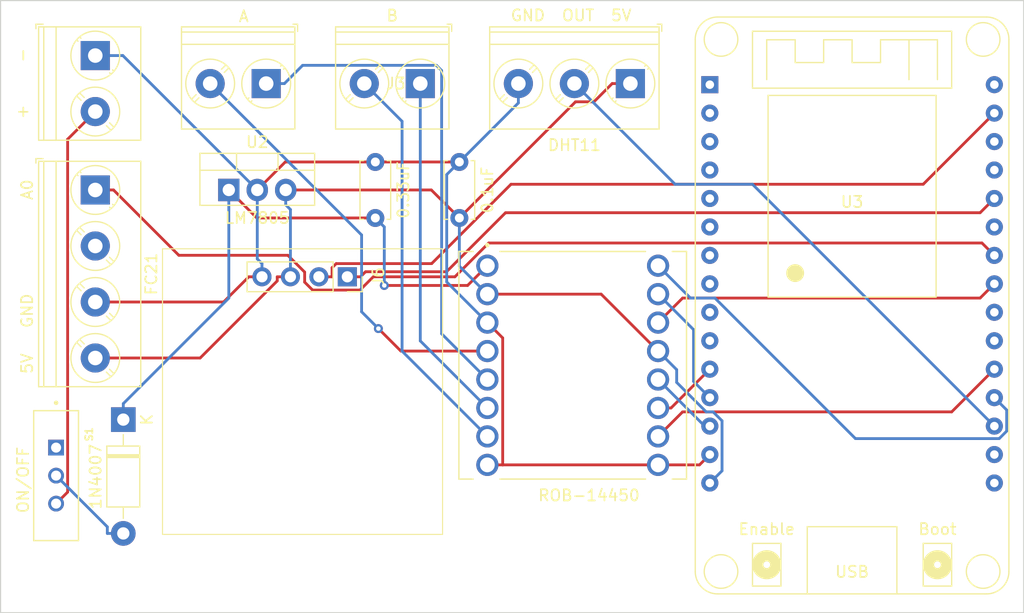
<source format=kicad_pcb>
(kicad_pcb (version 20221018) (generator pcbnew)
  (layers (0 "F.Cu" signal) (31 "B.Cu" signal) (34 "B.Paste" user) (35 "F.Paste" user) (36 "B.SilkS" user "B.Silkscreen") (37 "F.SilkS" user "F.Silkscreen") (38 "B.Mask" user) (39 "F.Mask" user) (44 "Edge.Cuts" user))
  (net 0 "")
  (net 1 "V")
  (net 2 "GND")
  (net 3 "5V")
  (net 4 "Net-(D1-A)")
  (net 5 "MB2")
  (net 6 "MB1")
  (net 7 "MA2")
  (net 8 "MA1")
  (net 9 "A0")
  (net 10 "OUT")
  (net 11 "SDA")
  (net 12 "SCL")
  (net 13 "PWMA")
  (net 14 "IA2")
  (net 15 "IA1")
  (net 16 "IB1")
  (net 17 "IB2")
  (net 18 "PWMB")
  (net 37 "Net-(J1-Pin_2)")
  (footprint "TerminalBlock_Phoenix:TerminalBlock_Phoenix_PT-1,5-2-5.0-H_1x02_P5.00mm_Horizontal" (layer "F.Cu") (at 152.7563 82.5 180)
    (fp_text reference "J5" hide)
    (fp_text value "A" (at 2 6) (layer "F.SilkS"))
    (fp_line (start -2.8 4.66) (end -2.8 5.3) (stroke (width 0.12)) (layer "F.SilkS"))
    (fp_line (start -2.8 5.3) (end -2.4 5.3) (stroke (width 0.12)) (layer "F.SilkS"))
    (fp_line (start -2.56 -4.06) (end -2.56 5.06) (stroke (width 0.12)) (layer "F.SilkS"))
    (fp_line (start -2.56 -4.06) (end 7.56 -4.06) (stroke (width 0.12)) (layer "F.SilkS"))
    (fp_line (start -2.56 3.5) (end 7.56 3.5) (stroke (width 0.12)) (layer "F.SilkS"))
    (fp_line (start -2.56 4.6) (end 7.56 4.6) (stroke (width 0.12)) (layer "F.SilkS"))
    (fp_line (start -2.56 5.06) (end 7.56 5.06) (stroke (width 0.12)) (layer "F.SilkS"))
    (fp_line (start -1.548 1.281) (end -1.654 1.388) (stroke (width 0.12)) (layer "F.SilkS"))
    (fp_line (start -1.282 1.547) (end -1.388 1.654) (stroke (width 0.12)) (layer "F.SilkS"))
    (fp_line (start 1.388 -1.654) (end 1.281 -1.547) (stroke (width 0.12)) (layer "F.SilkS"))
    (fp_line (start 1.654 -1.388) (end 1.547 -1.281) (stroke (width 0.12)) (layer "F.SilkS"))
    (fp_line (start 3.742 0.992) (end 3.347 1.388) (stroke (width 0.12)) (layer "F.SilkS"))
    (fp_line (start 3.993 1.274) (end 3.613 1.654) (stroke (width 0.12)) (layer "F.SilkS"))
    (fp_line (start 6.388 -1.654) (end 6.008 -1.274) (stroke (width 0.12)) (layer "F.SilkS"))
    (fp_line (start 6.654 -1.388) (end 6.259 -0.992) (stroke (width 0.12)) (layer "F.SilkS"))
    (fp_line (start 7.56 -4.06) (end 7.56 5.06) (stroke (width 0.12)) (layer "F.SilkS"))
    (fp_circle (center 0 0) (end 2.18 0) (stroke (width 0.12)) (fill none) (layer "F.SilkS"))
    (fp_circle (center 5 0) (end 7.18 0) (stroke (width 0.12)) (fill none) (layer "F.SilkS"))
    (pad "1" thru_hole rect (at 0 0 180) (size 2.6 2.6) (drill 1.3) (layers "*.Cu" "*.Mask") (net 7 "MA2"))
    (pad "2" thru_hole circle (at 5 0 180) (size 2.6 2.6) (drill 1.3) (layers "*.Cu" "*.Mask") (net 8 "MA1"))
  )
  (footprint "Capacitor_THT:C_Disc_D5.0mm_W2.5mm_P5.00mm" (layer "F.Cu") (at 170 94.5 90)
    (fp_text reference "C2" hide)
    (fp_text value "0.1uF" (at 2.5 2.5 90) (layer "F.SilkS"))
    (fp_line (start -0.12 -1.37) (end -0.12 -1.055) (stroke (width 0.12)) (layer "F.SilkS"))
    (fp_line (start -0.12 -1.37) (end 5.12 -1.37) (stroke (width 0.12)) (layer "F.SilkS"))
    (fp_line (start -0.12 1.055) (end -0.12 1.37) (stroke (width 0.12)) (layer "F.SilkS"))
    (fp_line (start -0.12 1.37) (end 5.12 1.37) (stroke (width 0.12)) (layer "F.SilkS"))
    (fp_line (start 5.12 -1.37) (end 5.12 -1.055) (stroke (width 0.12)) (layer "F.SilkS"))
    (fp_line (start 5.12 1.055) (end 5.12 1.37) (stroke (width 0.12)) (layer "F.SilkS"))
    (pad "1" thru_hole circle (at 0 0 90) (size 1.6 1.6) (drill 0.8) (layers "*.Cu" "*.Mask") (net 3 "5V"))
    (pad "2" thru_hole circle (at 5 0 90) (size 1.6 1.6) (drill 0.8) (layers "*.Cu" "*.Mask") (net 2 "GND"))
  )
  (footprint "TerminalBlock_Phoenix:TerminalBlock_Phoenix_PT-1,5-2-5.0-H_1x02_P5.00mm_Horizontal" (layer "F.Cu") (at 137.5 80 -90)
    (fp_text reference "J1" hide)
    (fp_text value "+     -" (at 2.5 6.5 90) (layer "F.SilkS"))
    (fp_line (start -2.8 4.66) (end -2.8 5.3) (stroke (width 0.12)) (layer "F.SilkS"))
    (fp_line (start -2.8 5.3) (end -2.4 5.3) (stroke (width 0.12)) (layer "F.SilkS"))
    (fp_line (start -2.56 -4.06) (end -2.56 5.06) (stroke (width 0.12)) (layer "F.SilkS"))
    (fp_line (start -2.56 -4.06) (end 7.56 -4.06) (stroke (width 0.12)) (layer "F.SilkS"))
    (fp_line (start -2.56 3.5) (end 7.56 3.5) (stroke (width 0.12)) (layer "F.SilkS"))
    (fp_line (start -2.56 4.6) (end 7.56 4.6) (stroke (width 0.12)) (layer "F.SilkS"))
    (fp_line (start -2.56 5.06) (end 7.56 5.06) (stroke (width 0.12)) (layer "F.SilkS"))
    (fp_line (start -1.548 1.281) (end -1.654 1.388) (stroke (width 0.12)) (layer "F.SilkS"))
    (fp_line (start -1.282 1.547) (end -1.388 1.654) (stroke (width 0.12)) (layer "F.SilkS"))
    (fp_line (start 1.388 -1.654) (end 1.281 -1.547) (stroke (width 0.12)) (layer "F.SilkS"))
    (fp_line (start 1.654 -1.388) (end 1.547 -1.281) (stroke (width 0.12)) (layer "F.SilkS"))
    (fp_line (start 3.742 0.992) (end 3.347 1.388) (stroke (width 0.12)) (layer "F.SilkS"))
    (fp_line (start 3.993 1.274) (end 3.613 1.654) (stroke (width 0.12)) (layer "F.SilkS"))
    (fp_line (start 6.388 -1.654) (end 6.008 -1.274) (stroke (width 0.12)) (layer "F.SilkS"))
    (fp_line (start 6.654 -1.388) (end 6.259 -0.992) (stroke (width 0.12)) (layer "F.SilkS"))
    (fp_line (start 7.56 -4.06) (end 7.56 5.06) (stroke (width 0.12)) (layer "F.SilkS"))
    (fp_circle (center 0 0) (end 2.18 0) (stroke (width 0.12)) (fill none) (layer "F.SilkS"))
    (fp_circle (center 5 0) (end 7.18 0) (stroke (width 0.12)) (fill none) (layer "F.SilkS"))
    (pad "1" thru_hole rect (at 0 0 270) (size 2.6 2.6) (drill 1.3) (layers "*.Cu" "*.Mask") (net 2 "GND"))
    (pad "2" thru_hole circle (at 5 0 270) (size 2.6 2.6) (drill 1.3) (layers "*.Cu" "*.Mask") (net 37 "Net-(J1-Pin_2)"))
  )
  (footprint "Capacitor_THT:C_Disc_D5.0mm_W2.5mm_P5.00mm" (layer "F.Cu") (at 162.5 94.5 90)
    (fp_text reference "C1" hide)
    (fp_text value "0.33uF" (at 2.5 2.5 90) (layer "F.SilkS"))
    (fp_line (start -0.12 -1.37) (end -0.12 -1.055) (stroke (width 0.12)) (layer "F.SilkS"))
    (fp_line (start -0.12 -1.37) (end 5.12 -1.37) (stroke (width 0.12)) (layer "F.SilkS"))
    (fp_line (start -0.12 1.055) (end -0.12 1.37) (stroke (width 0.12)) (layer "F.SilkS"))
    (fp_line (start -0.12 1.37) (end 5.12 1.37) (stroke (width 0.12)) (layer "F.SilkS"))
    (fp_line (start 5.12 -1.37) (end 5.12 -1.055) (stroke (width 0.12)) (layer "F.SilkS"))
    (fp_line (start 5.12 1.055) (end 5.12 1.37) (stroke (width 0.12)) (layer "F.SilkS"))
    (pad "1" thru_hole circle (at 0 0 90) (size 1.6 1.6) (drill 0.8) (layers "*.Cu" "*.Mask") (net 1 "V"))
    (pad "2" thru_hole circle (at 5 0 90) (size 1.6 1.6) (drill 0.8) (layers "*.Cu" "*.Mask") (net 2 "GND"))
  )
  (footprint "Símbolos:SW_MINI-SPDT-SW" (layer "F.Cu") (at 134 117.5 -90)
    (fp_text reference "S1" (at -3.683 -2.9464 90) (layer "F.SilkS") (effects (font (size 0.64 0.64))))
    (fp_text value "ON/OFF" (at 0.381 2.9464 90) (layer "F.SilkS"))
    (fp_line (start -5.8 -2) (end -5.8 2) (stroke (width 0.127)) (layer "F.SilkS"))
    (fp_line (start -5.8 2) (end 5.8 2) (stroke (width 0.127)) (layer "F.SilkS"))
    (fp_line (start 5.8 -2) (end -5.8 -2) (stroke (width 0.127)) (layer "F.SilkS"))
    (fp_line (start 5.8 2) (end 5.8 -2) (stroke (width 0.127)) (layer "F.SilkS"))
    (fp_circle (center -6.5 0) (end -6.4 0) (stroke (width 0.2)) (fill none) (layer "F.SilkS"))
    (pad "1" thru_hole rect (at -2.5 0 270) (size 1.408 1.408) (drill 0.9) (layers "*.Cu" "*.Mask"))
    (pad "2" thru_hole circle (at 0 0 270) (size 1.408 1.408) (drill 0.9) (layers "*.Cu" "*.Mask") (net 4 "Net-(D1-A)"))
    (pad "3" thru_hole circle (at 2.5 0 270) (size 1.408 1.408) (drill 0.9) (layers "*.Cu" "*.Mask") (net 37 "Net-(J1-Pin_2)"))
  )
  (footprint "Package_TO_SOT_THT:TO-220-3_Vertical" (layer "F.Cu") (at 149.42 92)
    (fp_text reference "U2" (at 2.54 -4.27) (layer "F.SilkS"))
    (fp_text value "LM7805" (at 2.54 2.5) (layer "F.SilkS"))
    (fp_line (start -2.58 -3.27) (end -2.58 1.371) (stroke (width 0.12)) (layer "F.SilkS"))
    (fp_line (start -2.58 -3.27) (end 7.66 -3.27) (stroke (width 0.12)) (layer "F.SilkS"))
    (fp_line (start -2.58 -1.76) (end 7.66 -1.76) (stroke (width 0.12)) (layer "F.SilkS"))
    (fp_line (start -2.58 1.371) (end 7.66 1.371) (stroke (width 0.12)) (layer "F.SilkS"))
    (fp_line (start 0.69 -3.27) (end 0.69 -1.76) (stroke (width 0.12)) (layer "F.SilkS"))
    (fp_line (start 4.391 -3.27) (end 4.391 -1.76) (stroke (width 0.12)) (layer "F.SilkS"))
    (fp_line (start 7.66 -3.27) (end 7.66 1.371) (stroke (width 0.12)) (layer "F.SilkS"))
    (pad "1" thru_hole rect (at 0 0) (size 1.905 2) (drill 1.1) (layers "*.Cu" "*.Mask") (net 1 "V"))
    (pad "2" thru_hole oval (at 2.54 0) (size 1.905 2) (drill 1.1) (layers "*.Cu" "*.Mask") (net 2 "GND"))
    (pad "3" thru_hole oval (at 5.08 0) (size 1.905 2) (drill 1.1) (layers "*.Cu" "*.Mask") (net 3 "5V"))
  )
  (footprint "Símbolos:MODULE_ROB-14450" (layer "F.Cu") (at 180.12 107.65)
    (fp_text reference "U1" hide)
    (fp_text value "ROB-14450" (at 1.4518 11.6132) (layer "F.SilkS"))
    (fp_line (start -10.16 -10.16) (end -10.16 10.16) (stroke (width 0.127)) (layer "F.SilkS"))
    (fp_line (start -8.89 -10.16) (end -10.16 -10.16) (stroke (width 0.127)) (layer "F.SilkS"))
    (fp_line (start -8.89 10.16) (end -10.16 10.16) (stroke (width 0.127)) (layer "F.SilkS"))
    (fp_line (start -6.5 -10.16) (end 6.5 -10.16) (stroke (width 0.127)) (layer "F.SilkS"))
    (fp_line (start -6.5 10.16) (end 6.5 10.16) (stroke (width 0.127)) (layer "F.SilkS"))
    (fp_line (start 8.89 -10.16) (end 10.16 -10.16) (stroke (width 0.127)) (layer "F.SilkS"))
    (fp_line (start 8.89 10.16) (end 10.16 10.16) (stroke (width 0.127)) (layer "F.SilkS"))
    (fp_line (start 10.16 10.16) (end 10.16 -10.16) (stroke (width 0.127)) (layer "F.SilkS"))
    (fp_circle (center -7.62 -10.7282) (end -7.52 -10.7282) (stroke (width 0.2)) (fill none) (layer "F.SilkS"))
    (pad "1" thru_hole circle (at -7.62 -8.89) (size 1.98 1.98) (drill 1.32) (layers "*.Cu" "*.Mask") (net 1 "V"))
    (pad "2" thru_hole circle (at -7.62 -6.35) (size 1.98 1.98) (drill 1.32) (layers "*.Cu" "*.Mask") (net 3 "5V"))
    (pad "3" thru_hole circle (at -7.62 -3.81) (size 1.98 1.98) (drill 1.32) (layers "*.Cu" "*.Mask") (net 2 "GND"))
    (pad "4" thru_hole circle (at -7.62 -1.27) (size 1.98 1.98) (drill 1.32) (layers "*.Cu" "*.Mask") (net 8 "MA1"))
    (pad "5" thru_hole circle (at -7.62 1.27) (size 1.98 1.98) (drill 1.32) (layers "*.Cu" "*.Mask") (net 7 "MA2"))
    (pad "6" thru_hole circle (at -7.62 3.81) (size 1.98 1.98) (drill 1.32) (layers "*.Cu" "*.Mask") (net 5 "MB2"))
    (pad "7" thru_hole circle (at -7.62 6.35) (size 1.98 1.98) (drill 1.32) (layers "*.Cu" "*.Mask") (net 6 "MB1"))
    (pad "8" thru_hole circle (at -7.62 8.89) (size 1.98 1.98) (drill 1.32) (layers "*.Cu" "*.Mask") (net 2 "GND"))
    (pad "9" thru_hole circle (at 7.62 8.89) (size 1.98 1.98) (drill 1.32) (layers "*.Cu" "*.Mask") (net 2 "GND"))
    (pad "10" thru_hole circle (at 7.62 6.35) (size 1.98 1.98) (drill 1.32) (layers "*.Cu" "*.Mask") (net 18 "PWMB"))
    (pad "11" thru_hole circle (at 7.62 3.81) (size 1.98 1.98) (drill 1.32) (layers "*.Cu" "*.Mask") (net 17 "IB2"))
    (pad "12" thru_hole circle (at 7.62 1.27) (size 1.98 1.98) (drill 1.32) (layers "*.Cu" "*.Mask") (net 16 "IB1"))
    (pad "13" thru_hole circle (at 7.62 -1.27) (size 1.98 1.98) (drill 1.32) (layers "*.Cu" "*.Mask") (net 3 "5V"))
    (pad "14" thru_hole circle (at 7.62 -3.81) (size 1.98 1.98) (drill 1.32) (layers "*.Cu" "*.Mask") (net 15 "IA1"))
    (pad "15" thru_hole circle (at 7.62 -6.35) (size 1.98 1.98) (drill 1.32) (layers "*.Cu" "*.Mask") (net 14 "IA2"))
    (pad "16" thru_hole circle (at 7.62 -8.89) (size 1.98 1.98) (drill 1.32) (layers "*.Cu" "*.Mask") (net 13 "PWMA"))
  )
  (footprint "TerminalBlock_Phoenix:TerminalBlock_Phoenix_PT-1,5-2-5.0-H_1x02_P5.00mm_Horizontal" (layer "F.Cu") (at 166.5125 82.5 180)
    (fp_text reference "J3" (at 2.18 0 180) (layer "F.SilkS"))
    (fp_text value "B" (at 2.5 6.06 180) (layer "F.SilkS"))
    (fp_line (start -2.8 4.66) (end -2.8 5.3) (stroke (width 0.12)) (layer "F.SilkS"))
    (fp_line (start -2.8 5.3) (end -2.4 5.3) (stroke (width 0.12)) (layer "F.SilkS"))
    (fp_line (start -2.56 -4.06) (end -2.56 5.06) (stroke (width 0.12)) (layer "F.SilkS"))
    (fp_line (start -2.56 -4.06) (end 7.56 -4.06) (stroke (width 0.12)) (layer "F.SilkS"))
    (fp_line (start -2.56 3.5) (end 7.56 3.5) (stroke (width 0.12)) (layer "F.SilkS"))
    (fp_line (start -2.56 4.6) (end 7.56 4.6) (stroke (width 0.12)) (layer "F.SilkS"))
    (fp_line (start -2.56 5.06) (end 7.56 5.06) (stroke (width 0.12)) (layer "F.SilkS"))
    (fp_line (start -1.548 1.281) (end -1.654 1.388) (stroke (width 0.12)) (layer "F.SilkS"))
    (fp_line (start -1.282 1.547) (end -1.388 1.654) (stroke (width 0.12)) (layer "F.SilkS"))
    (fp_line (start 1.388 -1.654) (end 1.281 -1.547) (stroke (width 0.12)) (layer "F.SilkS"))
    (fp_line (start 1.654 -1.388) (end 1.547 -1.281) (stroke (width 0.12)) (layer "F.SilkS"))
    (fp_line (start 3.742 0.992) (end 3.347 1.388) (stroke (width 0.12)) (layer "F.SilkS"))
    (fp_line (start 3.993 1.274) (end 3.613 1.654) (stroke (width 0.12)) (layer "F.SilkS"))
    (fp_line (start 6.388 -1.654) (end 6.008 -1.274) (stroke (width 0.12)) (layer "F.SilkS"))
    (fp_line (start 6.654 -1.388) (end 6.259 -0.992) (stroke (width 0.12)) (layer "F.SilkS"))
    (fp_line (start 7.56 -4.06) (end 7.56 5.06) (stroke (width 0.12)) (layer "F.SilkS"))
    (fp_circle (center 0 0) (end 2.18 0) (stroke (width 0.12)) (fill none) (layer "F.SilkS"))
    (fp_circle (center 5 0) (end 7.18 0) (stroke (width 0.12)) (fill none) (layer "F.SilkS"))
    (pad "1" thru_hole rect (at 0 0 180) (size 2.6 2.6) (drill 1.3) (layers "*.Cu" "*.Mask") (net 5 "MB2"))
    (pad "2" thru_hole circle (at 5 0 180) (size 2.6 2.6) (drill 1.3) (layers "*.Cu" "*.Mask") (net 6 "MB1"))
  )
  (footprint "Connector_PinSocket_2.54mm:PinSocket_1x04_P2.54mm_Vertical" (layer "F.Cu") (at 160 99.75 -90)
    (fp_text reference "J6" (at 0 -2.77 90) (layer "F.SilkS"))
    (fp_text value "OLED")
    (fp_line (start -1.33 1.27) (end -1.33 8.95) (stroke (width 0.12)) (layer "F.SilkS"))
    (fp_line (start -1.33 1.27) (end 1.33 1.27) (stroke (width 0.12)) (layer "F.SilkS"))
    (fp_line (start -1.33 8.95) (end 1.33 8.95) (stroke (width 0.12)) (layer "F.SilkS"))
    (fp_line (start 0 -1.33) (end 1.33 -1.33) (stroke (width 0.12)) (layer "F.SilkS"))
    (fp_line (start 1.33 -1.33) (end 1.33 0) (stroke (width 0.12)) (layer "F.SilkS"))
    (fp_line (start 1.33 1.27) (end 1.33 8.95) (stroke (width 0.12)) (layer "F.SilkS"))
    (pad "1" thru_hole rect (at 0 0 270) (size 1.7 1.7) (drill 1) (layers "*.Cu" "*.Mask") (net 11 "SDA"))
    (pad "2" thru_hole oval (at 0 2.54 270) (size 1.7 1.7) (drill 1) (layers "*.Cu" "*.Mask") (net 12 "SCL"))
    (pad "3" thru_hole oval (at 0 5.08 270) (size 1.7 1.7) (drill 1) (layers "*.Cu" "*.Mask") (net 3 "5V"))
    (pad "4" thru_hole oval (at 0 7.62 270) (size 1.7 1.7) (drill 1) (layers "*.Cu" "*.Mask") (net 2 "GND"))
  )
  (footprint "TerminalBlock_Phoenix:TerminalBlock_Phoenix_PT-1,5-4-5.0-H_1x04_P5.00mm_Horizontal" (layer "F.Cu") (at 137.5 92 -90)
    (fp_text reference "J4" hide)
    (fp_text value "FC21" (at 7.5 -5 90) (layer "F.SilkS"))
    (fp_line (start -2.8 4.66) (end -2.8 5.3) (stroke (width 0.12)) (layer "F.SilkS"))
    (fp_line (start -2.8 5.3) (end -2.4 5.3) (stroke (width 0.12)) (layer "F.SilkS"))
    (fp_line (start -2.56 -4.06) (end -2.56 5.06) (stroke (width 0.12)) (layer "F.SilkS"))
    (fp_line (start -2.56 -4.06) (end 17.561 -4.06) (stroke (width 0.12)) (layer "F.SilkS"))
    (fp_line (start -2.56 3.5) (end 17.561 3.5) (stroke (width 0.12)) (layer "F.SilkS"))
    (fp_line (start -2.56 4.6) (end 17.561 4.6) (stroke (width 0.12)) (layer "F.SilkS"))
    (fp_line (start -2.56 5.06) (end 17.561 5.06) (stroke (width 0.12)) (layer "F.SilkS"))
    (fp_line (start -1.548 1.281) (end -1.654 1.388) (stroke (width 0.12)) (layer "F.SilkS"))
    (fp_line (start -1.282 1.547) (end -1.388 1.654) (stroke (width 0.12)) (layer "F.SilkS"))
    (fp_line (start 1.388 -1.654) (end 1.281 -1.547) (stroke (width 0.12)) (layer "F.SilkS"))
    (fp_line (start 1.654 -1.388) (end 1.547 -1.281) (stroke (width 0.12)) (layer "F.SilkS"))
    (fp_line (start 3.742 0.992) (end 3.347 1.388) (stroke (width 0.12)) (layer "F.SilkS"))
    (fp_line (start 3.993 1.274) (end 3.613 1.654) (stroke (width 0.12)) (layer "F.SilkS"))
    (fp_line (start 6.388 -1.654) (end 6.008 -1.274) (stroke (width 0.12)) (layer "F.SilkS"))
    (fp_line (start 6.654 -1.388) (end 6.259 -0.992) (stroke (width 0.12)) (layer "F.SilkS"))
    (fp_line (start 8.742 0.992) (end 8.347 1.388) (stroke (width 0.12)) (layer "F.SilkS"))
    (fp_line (start 8.993 1.274) (end 8.613 1.654) (stroke (width 0.12)) (layer "F.SilkS"))
    (fp_line (start 11.388 -1.654) (end 11.008 -1.274) (stroke (width 0.12)) (layer "F.SilkS"))
    (fp_line (start 11.654 -1.388) (end 11.259 -0.992) (stroke (width 0.12)) (layer "F.SilkS"))
    (fp_line (start 13.742 0.992) (end 13.347 1.388) (stroke (width 0.12)) (layer "F.SilkS"))
    (fp_line (start 13.993 1.274) (end 13.613 1.654) (stroke (width 0.12)) (layer "F.SilkS"))
    (fp_line (start 16.388 -1.654) (end 16.008 -1.274) (stroke (width 0.12)) (layer "F.SilkS"))
    (fp_line (start 16.654 -1.388) (end 16.259 -0.992) (stroke (width 0.12)) (layer "F.SilkS"))
    (fp_line (start 17.561 -4.06) (end 17.561 5.06) (stroke (width 0.12)) (layer "F.SilkS"))
    (fp_circle (center 0 0) (end 2.18 0) (stroke (width 0.12)) (fill none) (layer "F.SilkS"))
    (fp_circle (center 5 0) (end 7.18 0) (stroke (width 0.12)) (fill none) (layer "F.SilkS"))
    (fp_circle (center 10 0) (end 12.18 0) (stroke (width 0.12)) (fill none) (layer "F.SilkS"))
    (fp_circle (center 15 0) (end 17.18 0) (stroke (width 0.12)) (fill none) (layer "F.SilkS"))
    (pad "1" thru_hole rect (at 0 0 270) (size 2.6 2.6) (drill 1.3) (layers "*.Cu" "*.Mask") (net 9 "A0"))
    (pad "2" thru_hole circle (at 5 0 270) (size 2.6 2.6) (drill 1.3) (layers "*.Cu" "*.Mask"))
    (pad "3" thru_hole circle (at 10 0 270) (size 2.6 2.6) (drill 1.3) (layers "*.Cu" "*.Mask") (net 2 "GND"))
    (pad "4" thru_hole circle (at 15 0 270) (size 2.6 2.6) (drill 1.3) (layers "*.Cu" "*.Mask") (net 3 "5V"))
  )
  (footprint "Símbolos:esp32_devkit_v1_doit" (layer "F.Cu") (at 205.06 82.6)
    (fp_text reference "U3" (at 0 10.47) (layer "F.SilkS"))
    (fp_text value "ESP32_DevKit_V1_DOIT")
    (fp_text user "Boot" (at 7.62 39.68) (layer "F.SilkS"))
    (fp_text user "Enable" (at -7.62 39.68) (layer "F.SilkS"))
    (fp_text user "USB" (at 0 43.49) (layer "F.SilkS"))
    (fp_line (start -14 -4.04) (end -14 43.46) (stroke (width 0.12)) (layer "F.SilkS"))
    (fp_line (start -12 -6.04) (end 12 -6.04) (stroke (width 0.12)) (layer "F.SilkS"))
    (fp_line (start -12 45.46) (end 12 45.46) (stroke (width 0.12)) (layer "F.SilkS"))
    (fp_line (start -8.89 -4.77) (end 8.89 -4.77) (stroke (width 0.12)) (layer "F.SilkS"))
    (fp_line (start -8.89 0.31) (end -8.89 -4.77) (stroke (width 0.12)) (layer "F.SilkS"))
    (fp_line (start -8.89 40.95) (end -6.35 40.95) (stroke (width 0.12)) (layer "F.SilkS"))
    (fp_line (start -8.89 44.76) (end -8.89 40.95) (stroke (width 0.12)) (layer "F.SilkS"))
    (fp_line (start -7.62 -4.008) (end -5.08 -4.008) (stroke (width 0.12)) (layer "F.SilkS"))
    (fp_line (start -7.62 -0.452) (end -7.62 -4.008) (stroke (width 0.12)) (layer "F.SilkS"))
    (fp_line (start -7.5 0.96) (end 7.5 0.96) (stroke (width 0.12)) (layer "F.SilkS"))
    (fp_line (start -7.5 18.96) (end -7.5 0.96) (stroke (width 0.12)) (layer "F.SilkS"))
    (fp_line (start -6.35 40.95) (end -6.35 44.76) (stroke (width 0.12)) (layer "F.SilkS"))
    (fp_line (start -6.35 44.76) (end -8.89 44.76) (stroke (width 0.12)) (layer "F.SilkS"))
    (fp_line (start -5.08 -4.008) (end -5.08 -1.976) (stroke (width 0.12)) (layer "F.SilkS"))
    (fp_line (start -5.08 -1.976) (end -2.54 -1.976) (stroke (width 0.12)) (layer "F.SilkS"))
    (fp_line (start -4 39.46) (end -4 45.46) (stroke (width 0.12)) (layer "F.SilkS"))
    (fp_line (start -4 39.46) (end 4 39.46) (stroke (width 0.12)) (layer "F.SilkS"))
    (fp_line (start -2.54 -4.008) (end 0 -4.008) (stroke (width 0.12)) (layer "F.SilkS"))
    (fp_line (start -2.54 -1.976) (end -2.54 -4.008) (stroke (width 0.12)) (layer "F.SilkS"))
    (fp_line (start 0 -4.008) (end 0 -1.976) (stroke (width 0.12)) (layer "F.SilkS"))
    (fp_line (start 0 -1.976) (end 2.54 -1.976) (stroke (width 0.12)) (layer "F.SilkS"))
    (fp_line (start 2.54 -4.008) (end 7.62 -4.008) (stroke (width 0.12)) (layer "F.SilkS"))
    (fp_line (start 2.54 -1.976) (end 2.54 -4.008) (stroke (width 0.12)) (layer "F.SilkS"))
    (fp_line (start 4 39.46) (end 4 45.46) (stroke (width 0.12)) (layer "F.SilkS"))
    (fp_line (start 5.08 -4.008) (end 5.08 -0.452) (stroke (width 0.12)) (layer "F.SilkS"))
    (fp_line (start 6.35 40.95) (end 8.89 40.95) (stroke (width 0.12)) (layer "F.SilkS"))
    (fp_line (start 6.35 44.76) (end 6.35 40.95) (stroke (width 0.12)) (layer "F.SilkS"))
    (fp_line (start 7.5 0.96) (end 7.5 18.96) (stroke (width 0.12)) (layer "F.SilkS"))
    (fp_line (start 7.5 18.96) (end -7.5 18.96) (stroke (width 0.12)) (layer "F.SilkS"))
    (fp_line (start 7.62 -4.008) (end 7.62 -0.452) (stroke (width 0.12)) (layer "F.SilkS"))
    (fp_line (start 8.89 -4.77) (end 8.89 0.31) (stroke (width 0.12)) (layer "F.SilkS"))
    (fp_line (start 8.89 0.31) (end -8.89 0.31) (stroke (width 0.12)) (layer "F.SilkS"))
    (fp_line (start 8.89 40.95) (end 8.89 44.76) (stroke (width 0.12)) (layer "F.SilkS"))
    (fp_line (start 8.89 44.76) (end 6.35 44.76) (stroke (width 0.12)) (layer "F.SilkS"))
    (fp_line (start 14 43.46) (end 14 -4.04) (stroke (width 0.12)) (layer "F.SilkS"))
    (fp_arc (start -14 -4.04) (mid -13.414214 -5.454214) (end -12 -6.04) (stroke (width 0.12)) (layer "F.SilkS"))
    (fp_arc (start -12 45.46) (mid -13.414214 44.874214) (end -14 43.46) (stroke (width 0.12)) (layer "F.SilkS"))
    (fp_arc (start 12 -6.04) (mid 13.414214 -5.454214) (end 14 -4.04) (stroke (width 0.12)) (layer "F.SilkS"))
    (fp_arc (start 14 43.46) (mid 13.414214 44.874214) (end 12 45.46) (stroke (width 0.12)) (layer "F.SilkS"))
    (fp_circle (center -11.7 -4.04) (end -10.2 -4.04) (stroke (width 0.12)) (fill none) (layer "F.SilkS"))
    (fp_circle (center -11.7 43.46) (end -10.2 43.46) (stroke (width 0.12)) (fill none) (layer "F.SilkS"))
    (fp_circle (center -7.62 42.855) (end -7.32 42.855) (stroke (width 1)) (fill none) (layer "F.SilkS"))
    (fp_circle (center -5.08 16.82) (end -4.68 16.82) (stroke (width 0.8)) (fill none) (layer "F.SilkS"))
    (fp_circle (center 7.62 42.855) (end 7.92 42.855) (stroke (width 1)) (fill none) (layer "F.SilkS"))
    (fp_circle (center 11.7 -4.04) (end 13.2 -4.04) (stroke (width 0.12)) (fill none) (layer "F.SilkS"))
    (fp_circle (center 11.7 43.46) (end 13.2 43.46) (stroke (width 0.12)) (fill none) (layer "F.SilkS"))
    (pad "1" thru_hole rect (at -12.7 0) (size 1.524 1.524) (drill 0.762) (layers "*.Cu" "*.Mask"))
    (pad "2" thru_hole circle (at -12.7 2.54) (size 1.524 1.524) (drill 0.762) (layers "*.Cu" "*.Mask"))
    (pad "3" thru_hole circle (at -12.7 5.08) (size 1.524 1.524) (drill 0.762) (layers "*.Cu" "*.Mask"))
    (pad "4" thru_hole circle (at -12.7 7.62) (size 1.524 1.524) (drill 0.762) (layers "*.Cu" "*.Mask"))
    (pad "5" thru_hole circle (at -12.7 10.16) (size 1.524 1.524) (drill 0.762) (layers "*.Cu" "*.Mask"))
    (pad "6" thru_hole circle (at -12.7 12.7) (size 1.524 1.524) (drill 0.762) (layers "*.Cu" "*.Mask"))
    (pad "7" thru_hole circle (at -12.7 15.24) (size 1.524 1.524) (drill 0.762) (layers "*.Cu" "*.Mask"))
    (pad "8" thru_hole circle (at -12.7 17.78) (size 1.524 1.524) (drill 0.762) (layers "*.Cu" "*.Mask"))
    (pad "9" thru_hole circle (at -12.7 20.32) (size 1.524 1.524) (drill 0.762) (layers "*.Cu" "*.Mask"))
    (pad "10" thru_hole circle (at -12.7 22.86) (size 1.524 1.524) (drill 0.762) (layers "*.Cu" "*.Mask"))
    (pad "11" thru_hole circle (at -12.7 25.4) (size 1.524 1.524) (drill 0.762) (layers "*.Cu" "*.Mask") (net 17 "IB2"))
    (pad "12" thru_hole circle (at -12.7 27.94) (size 1.524 1.524) (drill 0.762) (layers "*.Cu" "*.Mask") (net 14 "IA2"))
    (pad "13" thru_hole circle (at -12.7 30.48) (size 1.524 1.524) (drill 0.762) (layers "*.Cu" "*.Mask") (net 16 "IB1"))
    (pad "14" thru_hole circle (at -12.7 33.02) (size 1.524 1.524) (drill 0.762) (layers "*.Cu" "*.Mask") (net 2 "GND"))
    (pad "15" thru_hole circle (at -12.7 35.56) (size 1.524 1.524) (drill 0.762) (layers "*.Cu" "*.Mask") (net 3 "5V"))
    (pad "16" thru_hole circle (at 12.7 35.56) (size 1.524 1.524) (drill 0.762) (layers "*.Cu" "*.Mask"))
    (pad "17" thru_hole circle (at 12.7 33.02) (size 1.524 1.524) (drill 0.762) (layers "*.Cu" "*.Mask"))
    (pad "18" thru_hole circle (at 12.7 30.48) (size 1.524 1.524) (drill 0.762) (layers "*.Cu" "*.Mask") (net 10 "OUT"))
    (pad "19" thru_hole circle (at 12.7 27.94) (size 1.524 1.524) (drill 0.762) (layers "*.Cu" "*.Mask") (net 13 "PWMA"))
    (pad "20" thru_hole circle (at 12.7 25.4) (size 1.524 1.524) (drill 0.762) (layers "*.Cu" "*.Mask") (net 18 "PWMB"))
    (pad "21" thru_hole circle (at 12.7 22.86) (size 1.524 1.524) (drill 0.762) (layers "*.Cu" "*.Mask"))
    (pad "22" thru_hole circle (at 12.7 20.32) (size 1.524 1.524) (drill 0.762) (layers "*.Cu" "*.Mask"))
    (pad "23" thru_hole circle (at 12.7 17.78) (size 1.524 1.524) (drill 0.762) (layers "*.Cu" "*.Mask") (net 15 "IA1"))
    (pad "24" thru_hole circle (at 12.7 15.24) (size 1.524 1.524) (drill 0.762) (layers "*.Cu" "*.Mask") (net 9 "A0"))
    (pad "25" thru_hole circle (at 12.7 12.7) (size 1.524 1.524) (drill 0.762) (layers "*.Cu" "*.Mask"))
    (pad "26" thru_hole circle (at 12.7 10.16) (size 1.524 1.524) (drill 0.762) (layers "*.Cu" "*.Mask") (net 11 "SDA"))
    (pad "27" thru_hole circle (at 12.7 7.62) (size 1.524 1.524) (drill 0.762) (layers "*.Cu" "*.Mask"))
    (pad "28" thru_hole circle (at 12.7 5.08) (size 1.524 1.524) (drill 0.762) (layers "*.Cu" "*.Mask"))
    (pad "29" thru_hole circle (at 12.7 2.54) (size 1.524 1.524) (drill 0.762) (layers "*.Cu" "*.Mask") (net 12 "SCL"))
    (pad "30" thru_hole circle (at 12.7 0) (size 1.524 1.524) (drill 0.762) (layers "*.Cu" "*.Mask"))
  )
  (footprint "TerminalBlock_Phoenix:TerminalBlock_Phoenix_PT-1,5-3-5.0-H_1x03_P5.00mm_Horizontal" (layer "F.Cu") (at 185.2688 82.5 180)
    (fp_text reference "J2" hide)
    (fp_text value "DHT11" (at 5 -5.5) (layer "F.SilkS"))
    (fp_line (start -2.8 4.66) (end -2.8 5.3) (stroke (width 0.12)) (layer "F.SilkS"))
    (fp_line (start -2.8 5.3) (end -2.4 5.3) (stroke (width 0.12)) (layer "F.SilkS"))
    (fp_line (start -2.56 -4.06) (end -2.56 5.06) (stroke (width 0.12)) (layer "F.SilkS"))
    (fp_line (start -2.56 -4.06) (end 12.56 -4.06) (stroke (width 0.12)) (layer "F.SilkS"))
    (fp_line (start -2.56 3.5) (end 12.56 3.5) (stroke (width 0.12)) (layer "F.SilkS"))
    (fp_line (start -2.56 4.6) (end 12.56 4.6) (stroke (width 0.12)) (layer "F.SilkS"))
    (fp_line (start -2.56 5.06) (end 12.56 5.06) (stroke (width 0.12)) (layer "F.SilkS"))
    (fp_line (start -1.548 1.281) (end -1.654 1.388) (stroke (width 0.12)) (layer "F.SilkS"))
    (fp_line (start -1.282 1.547) (end -1.388 1.654) (stroke (width 0.12)) (layer "F.SilkS"))
    (fp_line (start 1.388 -1.654) (end 1.281 -1.547) (stroke (width 0.12)) (layer "F.SilkS"))
    (fp_line (start 1.654 -1.388) (end 1.547 -1.281) (stroke (width 0.12)) (layer "F.SilkS"))
    (fp_line (start 3.742 0.992) (end 3.347 1.388) (stroke (width 0.12)) (layer "F.SilkS"))
    (fp_line (start 3.993 1.274) (end 3.613 1.654) (stroke (width 0.12)) (layer "F.SilkS"))
    (fp_line (start 6.388 -1.654) (end 6.008 -1.274) (stroke (width 0.12)) (layer "F.SilkS"))
    (fp_line (start 6.654 -1.388) (end 6.259 -0.992) (stroke (width 0.12)) (layer "F.SilkS"))
    (fp_line (start 8.742 0.992) (end 8.347 1.388) (stroke (width 0.12)) (layer "F.SilkS"))
    (fp_line (start 8.993 1.274) (end 8.613 1.654) (stroke (width 0.12)) (layer "F.SilkS"))
    (fp_line (start 11.388 -1.654) (end 11.008 -1.274) (stroke (width 0.12)) (layer "F.SilkS"))
    (fp_line (start 11.654 -1.388) (end 11.259 -0.992) (stroke (width 0.12)) (layer "F.SilkS"))
    (fp_line (start 12.56 -4.06) (end 12.56 5.06) (stroke (width 0.12)) (layer "F.SilkS"))
    (fp_circle (center 0 0) (end 2.18 0) (stroke (width 0.12)) (fill none) (layer "F.SilkS"))
    (fp_circle (center 5 0) (end 7.18 0) (stroke (width 0.12)) (fill none) (layer "F.SilkS"))
    (fp_circle (center 10 0) (end 12.18 0) (stroke (width 0.12)) (fill none) (layer "F.SilkS"))
    (pad "1" thru_hole rect (at 0 0 180) (size 2.6 2.6) (drill 1.3) (layers "*.Cu" "*.Mask") (net 3 "5V"))
    (pad "2" thru_hole circle (at 5 0 180) (size 2.6 2.6) (drill 1.3) (layers "*.Cu" "*.Mask") (net 10 "OUT"))
    (pad "3" thru_hole circle (at 10 0 180) (size 2.6 2.6) (drill 1.3) (layers "*.Cu" "*.Mask") (net 2 "GND"))
  )
  (footprint "Diode_THT:D_DO-41_SOD81_P10.16mm_Horizontal" (layer "F.Cu") (at 140 112.5 -90)
    (fp_text reference "D1" hide)
    (fp_text value "1N4007" (at 5.08 2.47 90) (layer "F.SilkS"))
    (fp_text user "K" (at 0 -2.1 90) (layer "F.SilkS"))
    (fp_line (start 1.34 0) (end 2.36 0) (stroke (width 0.12)) (layer "F.SilkS"))
    (fp_line (start 2.36 -1.47) (end 2.36 1.47) (stroke (width 0.12)) (layer "F.SilkS"))
    (fp_line (start 2.36 1.47) (end 7.8 1.47) (stroke (width 0.12)) (layer "F.SilkS"))
    (fp_line (start 3.14 -1.47) (end 3.14 1.47) (stroke (width 0.12)) (layer "F.SilkS"))
    (fp_line (start 3.26 -1.47) (end 3.26 1.47) (stroke (width 0.12)) (layer "F.SilkS"))
    (fp_line (start 3.38 -1.47) (end 3.38 1.47) (stroke (width 0.12)) (layer "F.SilkS"))
    (fp_line (start 7.8 -1.47) (end 2.36 -1.47) (stroke (width 0.12)) (layer "F.SilkS"))
    (fp_line (start 7.8 1.47) (end 7.8 -1.47) (stroke (width 0.12)) (layer "F.SilkS"))
    (fp_line (start 8.82 0) (end 7.8 0) (stroke (width 0.12)) (layer "F.SilkS"))
    (pad "1" thru_hole rect (at 0 0 270) (size 2.2 2.2) (drill 1.1) (layers "*.Cu" "*.Mask") (net 1 "V"))
    (pad "2" thru_hole oval (at 10.16 0 270) (size 2.2 2.2) (drill 1.1) (layers "*.Cu" "*.Mask") (net 4 "Net-(D1-A)"))
  )
  (gr_rect (start 143.5 97.25) (end 168.5 122.75) (stroke (width 0.1)) (fill none) (layer "F.SilkS"))
  (gr_rect (start 129.0428 75.0904) (end 220.3794 129.7376) (stroke (width 0.1)) (fill none) (layer "Edge.Cuts"))
  (gr_text "GND  OUT  5V" (at 174.5 77) (layer "F.SilkS") (effects (font (size 1 1)) (justify left bottom)))
  (gr_text "5V   GND           A0" (at 132 108.5 90) (layer "F.SilkS") (effects (font (size 1 1)) (justify left bottom)))
  (segment (start 170.735 100.525) (end 172.5 98.76) (width 0.25) (layer "F.Cu") (net 1))
  (segment (start 151.92 94.5) (end 162.5 94.5) (width 0.25) (layer "F.Cu") (net 1))
  (segment (start 163.2993 100.525) (end 170.735 100.525) (width 0.25) (layer "F.Cu") (net 1))
  (segment (start 149.42 92) (end 151.92 94.5) (width 0.25) (layer "F.Cu") (net 1))
  (via (at 163.2993 100.525) (size 0.8) (drill 0.4) (layers "F.Cu" "B.Cu") (net 1))
  (segment (start 140 112.5) (end 140 111.0731) (width 0.25) (layer "B.Cu") (net 1))
  (segment (start 163.2993 95.2993) (end 163.2993 100.525) (width 0.25) (layer "B.Cu") (net 1))
  (segment (start 149.42 101.6531) (end 149.42 92) (width 0.25) (layer "B.Cu") (net 1))
  (segment (start 140 111.0731) (end 149.42 101.6531) (width 0.25) (layer "B.Cu") (net 1))
  (segment (start 162.5 94.5) (end 163.2993 95.2993) (width 0.25) (layer "B.Cu") (net 1))
  (segment (start 173.8692 116.54) (end 173.8692 105.2092) (width 0.25) (layer "F.Cu") (net 2))
  (segment (start 148.9531 102) (end 151.2031 99.75) (width 0.25) (layer "F.Cu") (net 2))
  (segment (start 137.5 102) (end 148.9531 102) (width 0.25) (layer "F.Cu") (net 2))
  (segment (start 152.38 99.75) (end 151.2031 99.75) (width 0.25) (layer "F.Cu") (net 2))
  (segment (start 154.46 89.5) (end 162.5 89.5) (width 0.25) (layer "F.Cu") (net 2))
  (segment (start 187.74 116.54) (end 191.44 116.54) (width 0.25) (layer "F.Cu") (net 2))
  (segment (start 172.5 116.54) (end 173.8692 116.54) (width 0.25) (layer "F.Cu") (net 2))
  (segment (start 191.44 116.54) (end 192.36 115.62) (width 0.25) (layer "F.Cu") (net 2))
  (segment (start 151.96 92) (end 154.46 89.5) (width 0.25) (layer "F.Cu") (net 2))
  (segment (start 173.8692 116.54) (end 187.74 116.54) (width 0.25) (layer "F.Cu") (net 2))
  (segment (start 173.8692 105.2092) (end 172.5 103.84) (width 0.25) (layer "F.Cu") (net 2))
  (segment (start 170 89.5) (end 162.5 89.5) (width 0.25) (layer "F.Cu") (net 2))
  (segment (start 151.96 92) (end 139.96 80) (width 0.25) (layer "B.Cu") (net 2))
  (segment (start 168.8725 100.2125) (end 168.8725 90.6275) (width 0.25) (layer "B.Cu") (net 2))
  (segment (start 168.8725 90.6275) (end 170 89.5) (width 0.25) (layer "B.Cu") (net 2))
  (segment (start 139.96 80) (end 137.5 80) (width 0.25) (layer "B.Cu") (net 2))
  (segment (start 172.5 103.84) (end 168.8725 100.2125) (width 0.25) (layer "B.Cu") (net 2))
  (segment (start 151.96 98.1531) (end 151.96 92) (width 0.25) (layer "B.Cu") (net 2))
  (segment (start 152.38 98.5731) (end 151.96 98.1531) (width 0.25) (layer "B.Cu") (net 2))
  (segment (start 170 89.5) (end 175.2688 84.2312) (width 0.25) (layer "B.Cu") (net 2))
  (segment (start 152.38 99.75) (end 152.38 98.5731) (width 0.25) (layer "B.Cu") (net 2))
  (segment (start 175.2688 84.2312) (end 175.2688 82.5) (width 0.25) (layer "B.Cu") (net 2))
  (segment (start 170 94.5) (end 180.3731 84.1269) (width 0.25) (layer "F.Cu") (net 3))
  (segment (start 167.5 92) (end 170 94.5) (width 0.25) (layer "F.Cu") (net 3))
  (segment (start 154.92 99.75) (end 153.7431 99.75) (width 0.25) (layer "F.Cu") (net 3))
  (segment (start 154.5 92) (end 167.5 92) (width 0.25) (layer "F.Cu") (net 3))
  (segment (start 153.7431 99.75) (end 153.7431 100.1178) (width 0.25) (layer "F.Cu") (net 3))
  (segment (start 182.66 101.3) (end 172.5 101.3) (width 0.25) (layer "F.Cu") (net 3))
  (segment (start 182.015 84.1269) (end 183.6419 82.5) (width 0.25) (layer "F.Cu") (net 3))
  (segment (start 146.8609 107) (end 137.5 107) (width 0.25) (layer "F.Cu") (net 3))
  (segment (start 153.7431 100.1178) (end 146.8609 107) (width 0.25) (layer "F.Cu") (net 3))
  (segment (start 187.74 106.38) (end 182.66 101.3) (width 0.25) (layer "F.Cu") (net 3))
  (segment (start 180.3731 84.1269) (end 182.015 84.1269) (width 0.25) (layer "F.Cu") (net 3))
  (segment (start 185.2688 82.5) (end 183.6419 82.5) (width 0.25) (layer "F.Cu") (net 3))
  (segment (start 154.5 93.3269) (end 154.92 93.7469) (width 0.25) (layer "B.Cu") (net 3))
  (segment (start 170 98.8) (end 170 94.5) (width 0.25) (layer "B.Cu") (net 3))
  (segment (start 187.74 106.38) (end 189.4012 108.0412) (width 0.25) (layer "B.Cu") (net 3))
  (segment (start 192.6534 111.81) (end 193.4503 112.6069) (width 0.25) (layer "B.Cu") (net 3))
  (segment (start 189.4012 109.1765) (end 192.0347 111.81) (width 0.25) (layer "B.Cu") (net 3))
  (segment (start 154.92 93.7469) (end 154.92 99.75) (width 0.25) (layer "B.Cu") (net 3))
  (segment (start 193.4503 112.6069) (end 193.4503 117.0697) (width 0.25) (layer "B.Cu") (net 3))
  (segment (start 154.5 92) (end 154.5 93.3269) (width 0.25) (layer "B.Cu") (net 3))
  (segment (start 193.4503 117.0697) (end 192.36 118.16) (width 0.25) (layer "B.Cu") (net 3))
  (segment (start 189.4012 108.0412) (end 189.4012 109.1765) (width 0.25) (layer "B.Cu") (net 3))
  (segment (start 172.5 101.3) (end 170 98.8) (width 0.25) (layer "B.Cu") (net 3))
  (segment (start 192.0347 111.81) (end 192.6534 111.81) (width 0.25) (layer "B.Cu") (net 3))
  (segment (start 140 122.66) (end 138.5731 122.66) (width 0.25) (layer "B.Cu") (net 4))
  (segment (start 138.5731 122.66) (end 138.5731 122.0731) (width 0.25) (layer "B.Cu") (net 4))
  (segment (start 138.5731 122.0731) (end 134 117.5) (width 0.25) (layer "B.Cu") (net 4))
  (segment (start 166.5125 105.4725) (end 166.5125 82.5) (width 0.25) (layer "B.Cu") (net 5))
  (segment (start 172.5 111.46) (end 166.5125 105.4725) (width 0.25) (layer "B.Cu") (net 5))
  (segment (start 164.8871 106.3871) (end 164.8871 85.8746) (width 0.25) (layer "B.Cu") (net 6))
  (segment (start 164.8871 85.8746) (end 161.5125 82.5) (width 0.25) (layer "B.Cu") (net 6))
  (segment (start 172.5 114) (end 164.8871 106.3871) (width 0.25) (layer "B.Cu") (net 6))
  (segment (start 154.3832 82.5) (end 156.0101 80.8731) (width 0.25) (layer "B.Cu") (net 7))
  (segment (start 168.4185 81.3393) (end 168.4185 104.8385) (width 0.25) (layer "B.Cu") (net 7))
  (segment (start 156.0101 80.8731) (end 167.9523 80.8731) (width 0.25) (layer "B.Cu") (net 7))
  (segment (start 168.4185 104.8385) (end 172.5 108.92) (width 0.25) (layer "B.Cu") (net 7))
  (segment (start 152.7563 82.5) (end 154.3832 82.5) (width 0.25) (layer "B.Cu") (net 7))
  (segment (start 167.9523 80.8731) (end 168.4185 81.3393) (width 0.25) (layer "B.Cu") (net 7))
  (segment (start 172.5 106.38) (end 164.7793 106.38) (width 0.25) (layer "F.Cu") (net 8))
  (segment (start 164.7793 106.38) (end 162.7722 104.3729) (width 0.25) (layer "F.Cu") (net 8))
  (via (at 162.7722 104.3729) (size 0.8) (drill 0.4) (layers "F.Cu" "B.Cu") (net 8))
  (segment (start 161.2742 102.8749) (end 161.2742 96.0179) (width 0.25) (layer "B.Cu") (net 8))
  (segment (start 161.2742 96.0179) (end 147.7563 82.5) (width 0.25) (layer "B.Cu") (net 8))
  (segment (start 162.7722 104.3729) (end 161.2742 102.8749) (width 0.25) (layer "B.Cu") (net 8))
  (segment (start 156.19 99.3313) (end 156.19 100.228) (width 0.25) (layer "F.Cu") (net 9))
  (segment (start 169.6037 99.75) (end 172.62 96.7337) (width 0.25) (layer "F.Cu") (net 9))
  (segment (start 161.1299 100.9359) (end 162.3158 99.75) (width 0.25) (layer "F.Cu") (net 9))
  (segment (start 139.1269 92) (end 144.959 97.8321) (width 0.25) (layer "F.Cu") (net 9))
  (segment (start 144.959 97.8321) (end 154.6908 97.8321) (width 0.25) (layer "F.Cu") (net 9))
  (segment (start 154.6908 97.8321) (end 156.19 99.3313) (width 0.25) (layer "F.Cu") (net 9))
  (segment (start 162.3158 99.75) (end 169.6037 99.75) (width 0.25) (layer "F.Cu") (net 9))
  (segment (start 216.6537 96.7337) (end 217.76 97.84) (width 0.25) (layer "F.Cu") (net 9))
  (segment (start 137.5 92) (end 139.1269 92) (width 0.25) (layer "F.Cu") (net 9))
  (segment (start 156.19 100.228) (end 156.8979 100.9359) (width 0.25) (layer "F.Cu") (net 9))
  (segment (start 172.62 96.7337) (end 216.6537 96.7337) (width 0.25) (layer "F.Cu") (net 9))
  (segment (start 156.8979 100.9359) (end 161.1299 100.9359) (width 0.25) (layer "F.Cu") (net 9))
  (segment (start 196.17 91.49) (end 217.76 113.08) (width 0.25) (layer "B.Cu") (net 10))
  (segment (start 189.2588 91.49) (end 196.17 91.49) (width 0.25) (layer "B.Cu") (net 10))
  (segment (start 180.2688 82.5) (end 189.2588 91.49) (width 0.25) (layer "B.Cu") (net 10))
  (segment (start 174.1249 94.03) (end 168.8568 99.2981) (width 0.25) (layer "F.Cu") (net 11))
  (segment (start 160 99.75) (end 161.1769 99.75) (width 0.25) (layer "F.Cu") (net 11))
  (segment (start 161.6288 99.2981) (end 161.1769 99.75) (width 0.25) (layer "F.Cu") (net 11))
  (segment (start 216.49 94.03) (end 174.1249 94.03) (width 0.25) (layer "F.Cu") (net 11))
  (segment (start 168.8568 99.2981) (end 161.6288 99.2981) (width 0.25) (layer "F.Cu") (net 11))
  (segment (start 217.76 92.76) (end 216.49 94.03) (width 0.25) (layer "F.Cu") (net 11))
  (segment (start 157.46 99.75) (end 158.6369 99.75) (width 0.25) (layer "F.Cu") (net 12))
  (segment (start 211.4099 91.4901) (end 217.76 85.14) (width 0.25) (layer "F.Cu") (net 12))
  (segment (start 167.5283 98.5731) (end 174.6113 91.4901) (width 0.25) (layer "F.Cu") (net 12))
  (segment (start 174.6113 91.4901) (end 211.4099 91.4901) (width 0.25) (layer "F.Cu") (net 12))
  (segment (start 159.0046 98.5731) (end 167.5283 98.5731) (width 0.25) (layer "F.Cu") (net 12))
  (segment (start 158.6369 98.9408) (end 159.0046 98.5731) (width 0.25) (layer "F.Cu") (net 12))
  (segment (start 158.6369 99.75) (end 158.6369 98.9408) (width 0.25) (layer "F.Cu") (net 12))
  (segment (start 190.63 101.65) (end 187.74 98.76) (width 0.25) (layer "B.Cu") (net 13))
  (segment (start 218.1918 114.1956) (end 205.3598 114.1956) (width 0.25) (layer "B.Cu") (net 13))
  (segment (start 218.8608 113.5266) (end 218.1918 114.1956) (width 0.25) (layer "B.Cu") (net 13))
  (segment (start 217.76 110.54) (end 218.8608 111.6408) (width 0.25) (layer "B.Cu") (net 13))
  (segment (start 218.8608 111.6408) (end 218.8608 113.5266) (width 0.25) (layer "B.Cu") (net 13))
  (segment (start 205.3598 114.1956) (end 192.8142 101.65) (width 0.25) (layer "B.Cu") (net 13))
  (segment (start 192.8142 101.65) (end 190.63 101.65) (width 0.25) (layer "B.Cu") (net 13))
  (segment (start 190.9074 109.0874) (end 192.36 110.54) (width 0.25) (layer "B.Cu") (net 14))
  (segment (start 187.74 101.3) (end 190.9074 104.4674) (width 0.25) (layer "B.Cu") (net 14))
  (segment (start 190.9074 104.4674) (end 190.9074 109.0874) (width 0.25) (layer "B.Cu") (net 14))
  (segment (start 216.49 101.65) (end 217.76 100.38) (width 0.25) (layer "F.Cu") (net 15))
  (segment (start 189.93 101.65) (end 216.49 101.65) (width 0.25) (layer "F.Cu") (net 15))
  (segment (start 187.74 103.84) (end 189.93 101.65) (width 0.25) (layer "F.Cu") (net 15))
  (segment (start 191.9 113.08) (end 192.36 113.08) (width 0.25) (layer "B.Cu") (net 16))
  (segment (start 187.74 108.92) (end 191.9 113.08) (width 0.25) (layer "B.Cu") (net 16))
  (segment (start 187.74 111.46) (end 188.9 111.46) (width 0.25) (layer "F.Cu") (net 17))
  (segment (start 188.9 111.46) (end 192.36 108) (width 0.25) (layer "F.Cu") (net 17))
  (segment (start 213.95 111.81) (end 217.76 108) (width 0.25) (layer "F.Cu") (net 18))
  (segment (start 187.74 114) (end 189.93 111.81) (width 0.25) (layer "F.Cu") (net 18))
  (segment (start 189.93 111.81) (end 213.95 111.81) (width 0.25) (layer "F.Cu") (net 18))
  (segment (start 134 120) (end 135.0309 118.9691) (width 0.25) (layer "F.Cu") (net 37))
  (segment (start 135.0309 118.9691) (end 135.0309 87.4691) (width 0.25) (layer "F.Cu") (net 37))
  (segment (start 135.0309 87.4691) (end 137.5 85) (width 0.25) (layer "F.Cu") (net 37))
)
</source>
